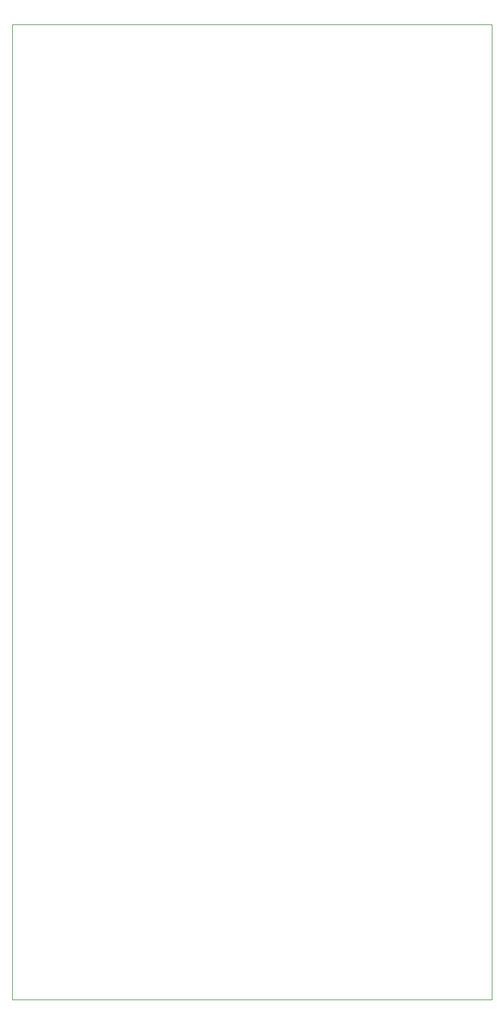
<source format=gbr>
%TF.GenerationSoftware,KiCad,Pcbnew,(6.0.0)*%
%TF.CreationDate,2024-11-07T04:23:40-05:00*%
%TF.ProjectId,sensor-hub,73656e73-6f72-42d6-9875-622e6b696361,rev?*%
%TF.SameCoordinates,Original*%
%TF.FileFunction,Profile,NP*%
%FSLAX46Y46*%
G04 Gerber Fmt 4.6, Leading zero omitted, Abs format (unit mm)*
G04 Created by KiCad (PCBNEW (6.0.0)) date 2024-11-07 04:23:40*
%MOMM*%
%LPD*%
G01*
G04 APERTURE LIST*
%TA.AperFunction,Profile*%
%ADD10C,0.100000*%
%TD*%
G04 APERTURE END LIST*
D10*
X77500000Y-25500000D02*
X144000000Y-25500000D01*
X144000000Y-25500000D02*
X144000000Y-160500000D01*
X144000000Y-160500000D02*
X77500000Y-160500000D01*
X77500000Y-160500000D02*
X77500000Y-25500000D01*
M02*

</source>
